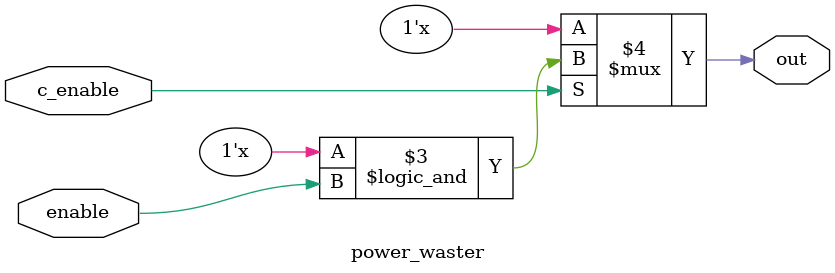
<source format=v>
`timescale 1ns / 1ps


module power_waster(/*input CLK,*/
    input enable,
    input c_enable,
    output reg out
    );
    
    /*initial begin
        out = 0;
    end*/
    
    //always @ (posedge CLK) begin
    always @ (*) begin
        if (c_enable) begin
            out <= ~out && enable;
        end
    end
    //assign out = ~out && enable && c_enable;
    //end


    
    
endmodule

</source>
